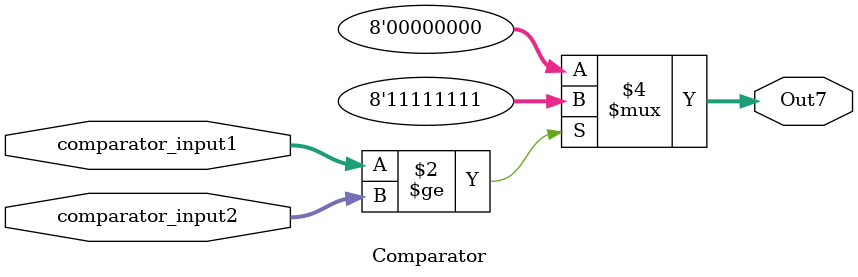
<source format=v>
`timescale 1ns / 1ps
module Comparator(
    input [7:0] comparator_input1,
    input [7:0] comparator_input2,
    output [7:0] Out7
    );

	 reg[7:0] Out7;
	 always @(comparator_input1 or comparator_input2)
	 begin
		if(comparator_input1 >= comparator_input2)
			Out7 <= 8'b11111111;
		else
			Out7 <= 8'b00000000;
	 end
endmodule

</source>
